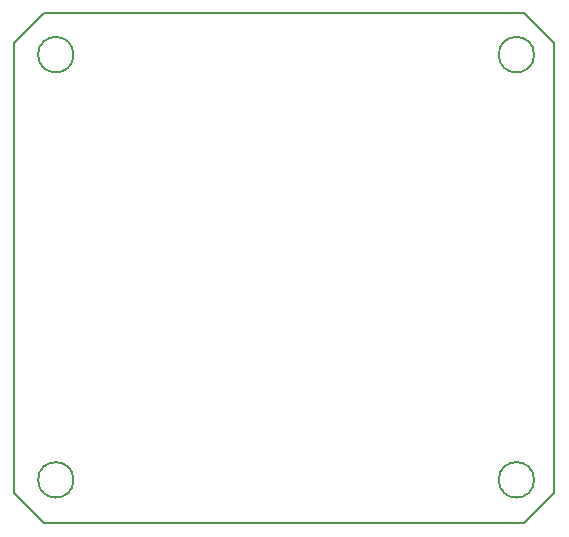
<source format=gbr>
G04 #@! TF.GenerationSoftware,KiCad,Pcbnew,(5.0.2)-1*
G04 #@! TF.CreationDate,2020-08-19T16:16:04+02:00*
G04 #@! TF.ProjectId,RGB-LED-controller,5247422d-4c45-4442-9d63-6f6e74726f6c,rev?*
G04 #@! TF.SameCoordinates,Original*
G04 #@! TF.FileFunction,Profile,NP*
%FSLAX46Y46*%
G04 Gerber Fmt 4.6, Leading zero omitted, Abs format (unit mm)*
G04 Created by KiCad (PCBNEW (5.0.2)-1) date 19/08/2020 16:16:04*
%MOMM*%
%LPD*%
G01*
G04 APERTURE LIST*
%ADD10C,0.150000*%
G04 APERTURE END LIST*
D10*
X147875000Y-66170000D02*
G75*
G03X147875000Y-66170000I-1500000J0D01*
G01*
X186875000Y-66170000D02*
G75*
G03X186875000Y-66170000I-1500000J0D01*
G01*
X186875000Y-30170000D02*
G75*
G03X186875000Y-30170000I-1500000J0D01*
G01*
X147875000Y-30170000D02*
G75*
G03X147875000Y-30170000I-1500000J0D01*
G01*
X142875000Y-29210000D02*
X142875000Y-67310000D01*
X145415000Y-26670000D02*
X142875000Y-29210000D01*
X186055000Y-26670000D02*
X145415000Y-26670000D01*
X188595000Y-67310000D02*
X188595000Y-29210000D01*
X145415000Y-69850000D02*
X186055000Y-69850000D01*
X142875000Y-67310000D02*
X145415000Y-69850000D01*
X186055000Y-69850000D02*
X188595000Y-67310000D01*
X186055000Y-26670000D02*
X188595000Y-29210000D01*
M02*

</source>
